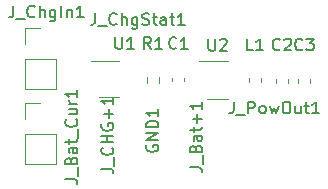
<source format=gbr>
%TF.GenerationSoftware,KiCad,Pcbnew,5.1.9*%
%TF.CreationDate,2021-05-01T17:54:34+02:00*%
%TF.ProjectId,LiPo_Circuit,4c69506f-5f43-4697-9263-7569742e6b69,rev?*%
%TF.SameCoordinates,Original*%
%TF.FileFunction,Legend,Top*%
%TF.FilePolarity,Positive*%
%FSLAX46Y46*%
G04 Gerber Fmt 4.6, Leading zero omitted, Abs format (unit mm)*
G04 Created by KiCad (PCBNEW 5.1.9) date 2021-05-01 17:54:34*
%MOMM*%
%LPD*%
G01*
G04 APERTURE LIST*
%ADD10C,0.120000*%
%ADD11C,0.150000*%
G04 APERTURE END LIST*
D10*
%TO.C,C1*%
X131955000Y-117074733D02*
X131955000Y-117367267D01*
X130935000Y-117074733D02*
X130935000Y-117367267D01*
%TO.C,C2*%
X139698000Y-117467767D02*
X139698000Y-117175233D01*
X140718000Y-117467767D02*
X140718000Y-117175233D01*
%TO.C,C3*%
X142623000Y-117467767D02*
X142623000Y-117175233D01*
X141603000Y-117467767D02*
X141603000Y-117175233D01*
%TO.C,J_Bat_Cur1*%
X118431000Y-124393000D02*
X121091000Y-124393000D01*
X118431000Y-121793000D02*
X118431000Y-124393000D01*
X121091000Y-121793000D02*
X121091000Y-124393000D01*
X118431000Y-121793000D02*
X121091000Y-121793000D01*
X118431000Y-120523000D02*
X118431000Y-119193000D01*
X118431000Y-119193000D02*
X119761000Y-119193000D01*
%TO.C,L1*%
X137412000Y-117392267D02*
X137412000Y-117049733D01*
X138432000Y-117392267D02*
X138432000Y-117049733D01*
%TO.C,R1*%
X128763500Y-117475724D02*
X128763500Y-116966276D01*
X129808500Y-117475724D02*
X129808500Y-116966276D01*
%TO.C,U1*%
X124683000Y-118715000D02*
X126443000Y-118715000D01*
X126443000Y-115645000D02*
X124013000Y-115645000D01*
%TO.C,U2*%
X133847000Y-118831000D02*
X135647000Y-118831000D01*
X135647000Y-115611000D02*
X133197000Y-115611000D01*
%TO.C,J_ChgIn1*%
X118431000Y-112843000D02*
X119761000Y-112843000D01*
X118431000Y-114173000D02*
X118431000Y-112843000D01*
X118431000Y-115443000D02*
X121091000Y-115443000D01*
X121091000Y-115443000D02*
X121091000Y-118043000D01*
X118431000Y-115443000D02*
X118431000Y-118043000D01*
X118431000Y-118043000D02*
X121091000Y-118043000D01*
%TO.C,C1*%
D11*
X131278333Y-114530142D02*
X131230714Y-114577761D01*
X131087857Y-114625380D01*
X130992619Y-114625380D01*
X130849761Y-114577761D01*
X130754523Y-114482523D01*
X130706904Y-114387285D01*
X130659285Y-114196809D01*
X130659285Y-114053952D01*
X130706904Y-113863476D01*
X130754523Y-113768238D01*
X130849761Y-113673000D01*
X130992619Y-113625380D01*
X131087857Y-113625380D01*
X131230714Y-113673000D01*
X131278333Y-113720619D01*
X132230714Y-114625380D02*
X131659285Y-114625380D01*
X131945000Y-114625380D02*
X131945000Y-113625380D01*
X131849761Y-113768238D01*
X131754523Y-113863476D01*
X131659285Y-113911095D01*
%TO.C,C2*%
X140041333Y-114657142D02*
X139993714Y-114704761D01*
X139850857Y-114752380D01*
X139755619Y-114752380D01*
X139612761Y-114704761D01*
X139517523Y-114609523D01*
X139469904Y-114514285D01*
X139422285Y-114323809D01*
X139422285Y-114180952D01*
X139469904Y-113990476D01*
X139517523Y-113895238D01*
X139612761Y-113800000D01*
X139755619Y-113752380D01*
X139850857Y-113752380D01*
X139993714Y-113800000D01*
X140041333Y-113847619D01*
X140422285Y-113847619D02*
X140469904Y-113800000D01*
X140565142Y-113752380D01*
X140803238Y-113752380D01*
X140898476Y-113800000D01*
X140946095Y-113847619D01*
X140993714Y-113942857D01*
X140993714Y-114038095D01*
X140946095Y-114180952D01*
X140374666Y-114752380D01*
X140993714Y-114752380D01*
%TO.C,C3*%
X141946333Y-114657142D02*
X141898714Y-114704761D01*
X141755857Y-114752380D01*
X141660619Y-114752380D01*
X141517761Y-114704761D01*
X141422523Y-114609523D01*
X141374904Y-114514285D01*
X141327285Y-114323809D01*
X141327285Y-114180952D01*
X141374904Y-113990476D01*
X141422523Y-113895238D01*
X141517761Y-113800000D01*
X141660619Y-113752380D01*
X141755857Y-113752380D01*
X141898714Y-113800000D01*
X141946333Y-113847619D01*
X142279666Y-113752380D02*
X142898714Y-113752380D01*
X142565380Y-114133333D01*
X142708238Y-114133333D01*
X142803476Y-114180952D01*
X142851095Y-114228571D01*
X142898714Y-114323809D01*
X142898714Y-114561904D01*
X142851095Y-114657142D01*
X142803476Y-114704761D01*
X142708238Y-114752380D01*
X142422523Y-114752380D01*
X142327285Y-114704761D01*
X142279666Y-114657142D01*
%TO.C,GND1*%
X128786000Y-122777095D02*
X128738380Y-122872333D01*
X128738380Y-123015190D01*
X128786000Y-123158047D01*
X128881238Y-123253285D01*
X128976476Y-123300904D01*
X129166952Y-123348523D01*
X129309809Y-123348523D01*
X129500285Y-123300904D01*
X129595523Y-123253285D01*
X129690761Y-123158047D01*
X129738380Y-123015190D01*
X129738380Y-122919952D01*
X129690761Y-122777095D01*
X129643142Y-122729476D01*
X129309809Y-122729476D01*
X129309809Y-122919952D01*
X129738380Y-122300904D02*
X128738380Y-122300904D01*
X129738380Y-121729476D01*
X128738380Y-121729476D01*
X129738380Y-121253285D02*
X128738380Y-121253285D01*
X128738380Y-121015190D01*
X128786000Y-120872333D01*
X128881238Y-120777095D01*
X128976476Y-120729476D01*
X129166952Y-120681857D01*
X129309809Y-120681857D01*
X129500285Y-120729476D01*
X129595523Y-120777095D01*
X129690761Y-120872333D01*
X129738380Y-121015190D01*
X129738380Y-121253285D01*
X129738380Y-119729476D02*
X129738380Y-120300904D01*
X129738380Y-120015190D02*
X128738380Y-120015190D01*
X128881238Y-120110428D01*
X128976476Y-120205666D01*
X129024095Y-120300904D01*
%TO.C,J_Bat+1*%
X132421380Y-124618428D02*
X133135666Y-124618428D01*
X133278523Y-124666047D01*
X133373761Y-124761285D01*
X133421380Y-124904142D01*
X133421380Y-124999380D01*
X133516619Y-124380333D02*
X133516619Y-123618428D01*
X132897571Y-123047000D02*
X132945190Y-122904142D01*
X132992809Y-122856523D01*
X133088047Y-122808904D01*
X133230904Y-122808904D01*
X133326142Y-122856523D01*
X133373761Y-122904142D01*
X133421380Y-122999380D01*
X133421380Y-123380333D01*
X132421380Y-123380333D01*
X132421380Y-123047000D01*
X132469000Y-122951761D01*
X132516619Y-122904142D01*
X132611857Y-122856523D01*
X132707095Y-122856523D01*
X132802333Y-122904142D01*
X132849952Y-122951761D01*
X132897571Y-123047000D01*
X132897571Y-123380333D01*
X133421380Y-121951761D02*
X132897571Y-121951761D01*
X132802333Y-121999380D01*
X132754714Y-122094619D01*
X132754714Y-122285095D01*
X132802333Y-122380333D01*
X133373761Y-121951761D02*
X133421380Y-122047000D01*
X133421380Y-122285095D01*
X133373761Y-122380333D01*
X133278523Y-122427952D01*
X133183285Y-122427952D01*
X133088047Y-122380333D01*
X133040428Y-122285095D01*
X133040428Y-122047000D01*
X132992809Y-121951761D01*
X132754714Y-121618428D02*
X132754714Y-121237476D01*
X132421380Y-121475571D02*
X133278523Y-121475571D01*
X133373761Y-121427952D01*
X133421380Y-121332714D01*
X133421380Y-121237476D01*
X133040428Y-120904142D02*
X133040428Y-120142238D01*
X133421380Y-120523190D02*
X132659476Y-120523190D01*
X133421380Y-119142238D02*
X133421380Y-119713666D01*
X133421380Y-119427952D02*
X132421380Y-119427952D01*
X132564238Y-119523190D01*
X132659476Y-119618428D01*
X132707095Y-119713666D01*
%TO.C,J_Bat_Cur1*%
X121880380Y-125642238D02*
X122594666Y-125642238D01*
X122737523Y-125689857D01*
X122832761Y-125785095D01*
X122880380Y-125927952D01*
X122880380Y-126023190D01*
X122975619Y-125404142D02*
X122975619Y-124642238D01*
X122356571Y-124070809D02*
X122404190Y-123927952D01*
X122451809Y-123880333D01*
X122547047Y-123832714D01*
X122689904Y-123832714D01*
X122785142Y-123880333D01*
X122832761Y-123927952D01*
X122880380Y-124023190D01*
X122880380Y-124404142D01*
X121880380Y-124404142D01*
X121880380Y-124070809D01*
X121928000Y-123975571D01*
X121975619Y-123927952D01*
X122070857Y-123880333D01*
X122166095Y-123880333D01*
X122261333Y-123927952D01*
X122308952Y-123975571D01*
X122356571Y-124070809D01*
X122356571Y-124404142D01*
X122880380Y-122975571D02*
X122356571Y-122975571D01*
X122261333Y-123023190D01*
X122213714Y-123118428D01*
X122213714Y-123308904D01*
X122261333Y-123404142D01*
X122832761Y-122975571D02*
X122880380Y-123070809D01*
X122880380Y-123308904D01*
X122832761Y-123404142D01*
X122737523Y-123451761D01*
X122642285Y-123451761D01*
X122547047Y-123404142D01*
X122499428Y-123308904D01*
X122499428Y-123070809D01*
X122451809Y-122975571D01*
X122213714Y-122642238D02*
X122213714Y-122261285D01*
X121880380Y-122499380D02*
X122737523Y-122499380D01*
X122832761Y-122451761D01*
X122880380Y-122356523D01*
X122880380Y-122261285D01*
X122975619Y-122166047D02*
X122975619Y-121404142D01*
X122785142Y-120594619D02*
X122832761Y-120642238D01*
X122880380Y-120785095D01*
X122880380Y-120880333D01*
X122832761Y-121023190D01*
X122737523Y-121118428D01*
X122642285Y-121166047D01*
X122451809Y-121213666D01*
X122308952Y-121213666D01*
X122118476Y-121166047D01*
X122023238Y-121118428D01*
X121928000Y-121023190D01*
X121880380Y-120880333D01*
X121880380Y-120785095D01*
X121928000Y-120642238D01*
X121975619Y-120594619D01*
X122213714Y-119737476D02*
X122880380Y-119737476D01*
X122213714Y-120166047D02*
X122737523Y-120166047D01*
X122832761Y-120118428D01*
X122880380Y-120023190D01*
X122880380Y-119880333D01*
X122832761Y-119785095D01*
X122785142Y-119737476D01*
X122880380Y-119261285D02*
X122213714Y-119261285D01*
X122404190Y-119261285D02*
X122308952Y-119213666D01*
X122261333Y-119166047D01*
X122213714Y-119070809D01*
X122213714Y-118975571D01*
X122880380Y-118118428D02*
X122880380Y-118689857D01*
X122880380Y-118404142D02*
X121880380Y-118404142D01*
X122023238Y-118499380D01*
X122118476Y-118594619D01*
X122166095Y-118689857D01*
%TO.C,J_CHG+1*%
X124928380Y-124777142D02*
X125642666Y-124777142D01*
X125785523Y-124824761D01*
X125880761Y-124920000D01*
X125928380Y-125062857D01*
X125928380Y-125158095D01*
X126023619Y-124539047D02*
X126023619Y-123777142D01*
X125833142Y-122967619D02*
X125880761Y-123015238D01*
X125928380Y-123158095D01*
X125928380Y-123253333D01*
X125880761Y-123396190D01*
X125785523Y-123491428D01*
X125690285Y-123539047D01*
X125499809Y-123586666D01*
X125356952Y-123586666D01*
X125166476Y-123539047D01*
X125071238Y-123491428D01*
X124976000Y-123396190D01*
X124928380Y-123253333D01*
X124928380Y-123158095D01*
X124976000Y-123015238D01*
X125023619Y-122967619D01*
X125928380Y-122539047D02*
X124928380Y-122539047D01*
X125404571Y-122539047D02*
X125404571Y-121967619D01*
X125928380Y-121967619D02*
X124928380Y-121967619D01*
X124976000Y-120967619D02*
X124928380Y-121062857D01*
X124928380Y-121205714D01*
X124976000Y-121348571D01*
X125071238Y-121443809D01*
X125166476Y-121491428D01*
X125356952Y-121539047D01*
X125499809Y-121539047D01*
X125690285Y-121491428D01*
X125785523Y-121443809D01*
X125880761Y-121348571D01*
X125928380Y-121205714D01*
X125928380Y-121110476D01*
X125880761Y-120967619D01*
X125833142Y-120920000D01*
X125499809Y-120920000D01*
X125499809Y-121110476D01*
X125547428Y-120491428D02*
X125547428Y-119729523D01*
X125928380Y-120110476D02*
X125166476Y-120110476D01*
X125928380Y-118729523D02*
X125928380Y-119300952D01*
X125928380Y-119015238D02*
X124928380Y-119015238D01*
X125071238Y-119110476D01*
X125166476Y-119205714D01*
X125214095Y-119300952D01*
%TO.C,J_ChgStat1*%
X124396952Y-111593380D02*
X124396952Y-112307666D01*
X124349333Y-112450523D01*
X124254095Y-112545761D01*
X124111238Y-112593380D01*
X124016000Y-112593380D01*
X124635047Y-112688619D02*
X125396952Y-112688619D01*
X126206476Y-112498142D02*
X126158857Y-112545761D01*
X126016000Y-112593380D01*
X125920761Y-112593380D01*
X125777904Y-112545761D01*
X125682666Y-112450523D01*
X125635047Y-112355285D01*
X125587428Y-112164809D01*
X125587428Y-112021952D01*
X125635047Y-111831476D01*
X125682666Y-111736238D01*
X125777904Y-111641000D01*
X125920761Y-111593380D01*
X126016000Y-111593380D01*
X126158857Y-111641000D01*
X126206476Y-111688619D01*
X126635047Y-112593380D02*
X126635047Y-111593380D01*
X127063619Y-112593380D02*
X127063619Y-112069571D01*
X127016000Y-111974333D01*
X126920761Y-111926714D01*
X126777904Y-111926714D01*
X126682666Y-111974333D01*
X126635047Y-112021952D01*
X127968380Y-111926714D02*
X127968380Y-112736238D01*
X127920761Y-112831476D01*
X127873142Y-112879095D01*
X127777904Y-112926714D01*
X127635047Y-112926714D01*
X127539809Y-112879095D01*
X127968380Y-112545761D02*
X127873142Y-112593380D01*
X127682666Y-112593380D01*
X127587428Y-112545761D01*
X127539809Y-112498142D01*
X127492190Y-112402904D01*
X127492190Y-112117190D01*
X127539809Y-112021952D01*
X127587428Y-111974333D01*
X127682666Y-111926714D01*
X127873142Y-111926714D01*
X127968380Y-111974333D01*
X128396952Y-112545761D02*
X128539809Y-112593380D01*
X128777904Y-112593380D01*
X128873142Y-112545761D01*
X128920761Y-112498142D01*
X128968380Y-112402904D01*
X128968380Y-112307666D01*
X128920761Y-112212428D01*
X128873142Y-112164809D01*
X128777904Y-112117190D01*
X128587428Y-112069571D01*
X128492190Y-112021952D01*
X128444571Y-111974333D01*
X128396952Y-111879095D01*
X128396952Y-111783857D01*
X128444571Y-111688619D01*
X128492190Y-111641000D01*
X128587428Y-111593380D01*
X128825523Y-111593380D01*
X128968380Y-111641000D01*
X129254095Y-111926714D02*
X129635047Y-111926714D01*
X129396952Y-111593380D02*
X129396952Y-112450523D01*
X129444571Y-112545761D01*
X129539809Y-112593380D01*
X129635047Y-112593380D01*
X130396952Y-112593380D02*
X130396952Y-112069571D01*
X130349333Y-111974333D01*
X130254095Y-111926714D01*
X130063619Y-111926714D01*
X129968380Y-111974333D01*
X130396952Y-112545761D02*
X130301714Y-112593380D01*
X130063619Y-112593380D01*
X129968380Y-112545761D01*
X129920761Y-112450523D01*
X129920761Y-112355285D01*
X129968380Y-112260047D01*
X130063619Y-112212428D01*
X130301714Y-112212428D01*
X130396952Y-112164809D01*
X130730285Y-111926714D02*
X131111238Y-111926714D01*
X130873142Y-111593380D02*
X130873142Y-112450523D01*
X130920761Y-112545761D01*
X131016000Y-112593380D01*
X131111238Y-112593380D01*
X131968380Y-112593380D02*
X131396952Y-112593380D01*
X131682666Y-112593380D02*
X131682666Y-111593380D01*
X131587428Y-111736238D01*
X131492190Y-111831476D01*
X131396952Y-111879095D01*
%TO.C,J_PowOut1*%
X136120619Y-119086380D02*
X136120619Y-119800666D01*
X136073000Y-119943523D01*
X135977761Y-120038761D01*
X135834904Y-120086380D01*
X135739666Y-120086380D01*
X136358714Y-120181619D02*
X137120619Y-120181619D01*
X137358714Y-120086380D02*
X137358714Y-119086380D01*
X137739666Y-119086380D01*
X137834904Y-119134000D01*
X137882523Y-119181619D01*
X137930142Y-119276857D01*
X137930142Y-119419714D01*
X137882523Y-119514952D01*
X137834904Y-119562571D01*
X137739666Y-119610190D01*
X137358714Y-119610190D01*
X138501571Y-120086380D02*
X138406333Y-120038761D01*
X138358714Y-119991142D01*
X138311095Y-119895904D01*
X138311095Y-119610190D01*
X138358714Y-119514952D01*
X138406333Y-119467333D01*
X138501571Y-119419714D01*
X138644428Y-119419714D01*
X138739666Y-119467333D01*
X138787285Y-119514952D01*
X138834904Y-119610190D01*
X138834904Y-119895904D01*
X138787285Y-119991142D01*
X138739666Y-120038761D01*
X138644428Y-120086380D01*
X138501571Y-120086380D01*
X139168238Y-119419714D02*
X139358714Y-120086380D01*
X139549190Y-119610190D01*
X139739666Y-120086380D01*
X139930142Y-119419714D01*
X140501571Y-119086380D02*
X140692047Y-119086380D01*
X140787285Y-119134000D01*
X140882523Y-119229238D01*
X140930142Y-119419714D01*
X140930142Y-119753047D01*
X140882523Y-119943523D01*
X140787285Y-120038761D01*
X140692047Y-120086380D01*
X140501571Y-120086380D01*
X140406333Y-120038761D01*
X140311095Y-119943523D01*
X140263476Y-119753047D01*
X140263476Y-119419714D01*
X140311095Y-119229238D01*
X140406333Y-119134000D01*
X140501571Y-119086380D01*
X141787285Y-119419714D02*
X141787285Y-120086380D01*
X141358714Y-119419714D02*
X141358714Y-119943523D01*
X141406333Y-120038761D01*
X141501571Y-120086380D01*
X141644428Y-120086380D01*
X141739666Y-120038761D01*
X141787285Y-119991142D01*
X142120619Y-119419714D02*
X142501571Y-119419714D01*
X142263476Y-119086380D02*
X142263476Y-119943523D01*
X142311095Y-120038761D01*
X142406333Y-120086380D01*
X142501571Y-120086380D01*
X143358714Y-120086380D02*
X142787285Y-120086380D01*
X143073000Y-120086380D02*
X143073000Y-119086380D01*
X142977761Y-119229238D01*
X142882523Y-119324476D01*
X142787285Y-119372095D01*
%TO.C,L1*%
X137755333Y-114752380D02*
X137279142Y-114752380D01*
X137279142Y-113752380D01*
X138612476Y-114752380D02*
X138041047Y-114752380D01*
X138326761Y-114752380D02*
X138326761Y-113752380D01*
X138231523Y-113895238D01*
X138136285Y-113990476D01*
X138041047Y-114038095D01*
%TO.C,R1*%
X129119333Y-114625380D02*
X128786000Y-114149190D01*
X128547904Y-114625380D02*
X128547904Y-113625380D01*
X128928857Y-113625380D01*
X129024095Y-113673000D01*
X129071714Y-113720619D01*
X129119333Y-113815857D01*
X129119333Y-113958714D01*
X129071714Y-114053952D01*
X129024095Y-114101571D01*
X128928857Y-114149190D01*
X128547904Y-114149190D01*
X130071714Y-114625380D02*
X129500285Y-114625380D01*
X129786000Y-114625380D02*
X129786000Y-113625380D01*
X129690761Y-113768238D01*
X129595523Y-113863476D01*
X129500285Y-113911095D01*
%TO.C,U1*%
X126111095Y-113625380D02*
X126111095Y-114434904D01*
X126158714Y-114530142D01*
X126206333Y-114577761D01*
X126301571Y-114625380D01*
X126492047Y-114625380D01*
X126587285Y-114577761D01*
X126634904Y-114530142D01*
X126682523Y-114434904D01*
X126682523Y-113625380D01*
X127682523Y-114625380D02*
X127111095Y-114625380D01*
X127396809Y-114625380D02*
X127396809Y-113625380D01*
X127301571Y-113768238D01*
X127206333Y-113863476D01*
X127111095Y-113911095D01*
%TO.C,U2*%
X133985095Y-113773380D02*
X133985095Y-114582904D01*
X134032714Y-114678142D01*
X134080333Y-114725761D01*
X134175571Y-114773380D01*
X134366047Y-114773380D01*
X134461285Y-114725761D01*
X134508904Y-114678142D01*
X134556523Y-114582904D01*
X134556523Y-113773380D01*
X134985095Y-113868619D02*
X135032714Y-113821000D01*
X135127952Y-113773380D01*
X135366047Y-113773380D01*
X135461285Y-113821000D01*
X135508904Y-113868619D01*
X135556523Y-113963857D01*
X135556523Y-114059095D01*
X135508904Y-114201952D01*
X134937476Y-114773380D01*
X135556523Y-114773380D01*
%TO.C,J_ChgIn1*%
X117459476Y-110958380D02*
X117459476Y-111672666D01*
X117411857Y-111815523D01*
X117316619Y-111910761D01*
X117173761Y-111958380D01*
X117078523Y-111958380D01*
X117697571Y-112053619D02*
X118459476Y-112053619D01*
X119269000Y-111863142D02*
X119221380Y-111910761D01*
X119078523Y-111958380D01*
X118983285Y-111958380D01*
X118840428Y-111910761D01*
X118745190Y-111815523D01*
X118697571Y-111720285D01*
X118649952Y-111529809D01*
X118649952Y-111386952D01*
X118697571Y-111196476D01*
X118745190Y-111101238D01*
X118840428Y-111006000D01*
X118983285Y-110958380D01*
X119078523Y-110958380D01*
X119221380Y-111006000D01*
X119269000Y-111053619D01*
X119697571Y-111958380D02*
X119697571Y-110958380D01*
X120126142Y-111958380D02*
X120126142Y-111434571D01*
X120078523Y-111339333D01*
X119983285Y-111291714D01*
X119840428Y-111291714D01*
X119745190Y-111339333D01*
X119697571Y-111386952D01*
X121030904Y-111291714D02*
X121030904Y-112101238D01*
X120983285Y-112196476D01*
X120935666Y-112244095D01*
X120840428Y-112291714D01*
X120697571Y-112291714D01*
X120602333Y-112244095D01*
X121030904Y-111910761D02*
X120935666Y-111958380D01*
X120745190Y-111958380D01*
X120649952Y-111910761D01*
X120602333Y-111863142D01*
X120554714Y-111767904D01*
X120554714Y-111482190D01*
X120602333Y-111386952D01*
X120649952Y-111339333D01*
X120745190Y-111291714D01*
X120935666Y-111291714D01*
X121030904Y-111339333D01*
X121507095Y-111958380D02*
X121507095Y-110958380D01*
X121983285Y-111291714D02*
X121983285Y-111958380D01*
X121983285Y-111386952D02*
X122030904Y-111339333D01*
X122126142Y-111291714D01*
X122269000Y-111291714D01*
X122364238Y-111339333D01*
X122411857Y-111434571D01*
X122411857Y-111958380D01*
X123411857Y-111958380D02*
X122840428Y-111958380D01*
X123126142Y-111958380D02*
X123126142Y-110958380D01*
X123030904Y-111101238D01*
X122935666Y-111196476D01*
X122840428Y-111244095D01*
%TD*%
M02*

</source>
